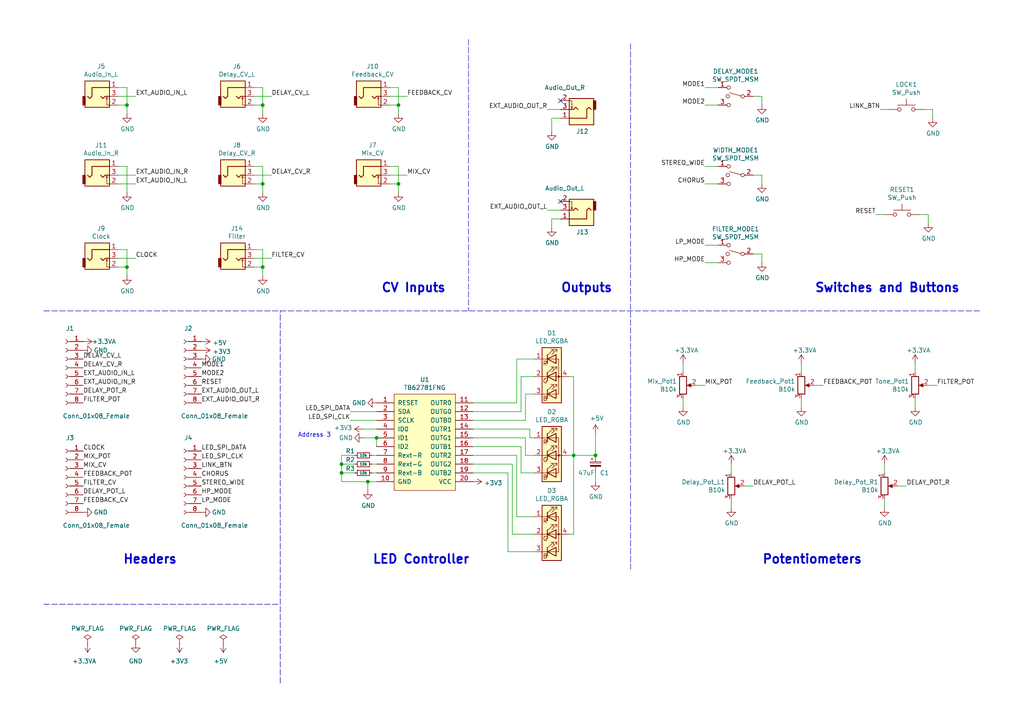
<source format=kicad_sch>
(kicad_sch (version 20211123) (generator eeschema)
  (paper "A4")
  (title_block (title "Retrospector Control Board") (company "Mountjoy Modular"))
  (lib_symbols
    (symbol "Connector:Conn_01x08_Female" (pin_names (offset 1.016) hide)
      (property "Reference" "J" (at 0 10.16 0))
      (property "Value" "Conn_01x08_Female" (at 0 -12.7 0))
      (symbol "Conn_01x08_Female_1_1"
        (arc (start 0 -9.652) (mid -0.508 -10.16) (end 0 -10.668) (stroke (width 0.1524)))
        (arc (start 0 -7.112) (mid -0.508 -7.62) (end 0 -8.128) (stroke (width 0.1524)))
        (arc (start 0 -4.572) (mid -0.508 -5.08) (end 0 -5.588) (stroke (width 0.1524)))
        (arc (start 0 -2.032) (mid -0.508 -2.54) (end 0 -3.048) (stroke (width 0.1524)))
        (polyline (pts (xy -1.27 -10.16) (xy -0.508 -10.16)) (stroke (width 0.1524)))
        (polyline (pts (xy -1.27 -7.62) (xy -0.508 -7.62)) (stroke (width 0.1524)))
        (polyline (pts (xy -1.27 -5.08) (xy -0.508 -5.08)) (stroke (width 0.1524)))
        (polyline (pts (xy -1.27 -2.54) (xy -0.508 -2.54)) (stroke (width 0.1524)))
        (polyline (pts (xy -1.27 0) (xy -0.508 0)) (stroke (width 0.1524)))
        (polyline (pts (xy -1.27 2.54) (xy -0.508 2.54)) (stroke (width 0.1524)))
        (polyline (pts (xy -1.27 5.08) (xy -0.508 5.08)) (stroke (width 0.1524)))
        (polyline (pts (xy -1.27 7.62) (xy -0.508 7.62)) (stroke (width 0.1524)))
        (arc (start 0 0.508) (mid -0.508 0) (end 0 -0.508) (stroke (width 0.1524)))
        (arc (start 0 3.048) (mid -0.508 2.54) (end 0 2.032) (stroke (width 0.1524)))
        (arc (start 0 5.588) (mid -0.508 5.08) (end 0 4.572) (stroke (width 0.1524)))
        (arc (start 0 8.128) (mid -0.508 7.62) (end 0 7.112) (stroke (width 0.1524)))
        (pin passive line (at -5.08 7.62 0) (length 3.81) (name "Pin_1") (number "1"))
        (pin passive line (at -5.08 5.08 0) (length 3.81) (name "Pin_2") (number "2"))
        (pin passive line (at -5.08 2.54 0) (length 3.81) (name "Pin_3") (number "3"))
        (pin passive line (at -5.08 0 0) (length 3.81) (name "Pin_4") (number "4"))
        (pin passive line (at -5.08 -2.54 0) (length 3.81) (name "Pin_5") (number "5"))
        (pin passive line (at -5.08 -5.08 0) (length 3.81) (name "Pin_6") (number "6"))
        (pin passive line (at -5.08 -7.62 0) (length 3.81) (name "Pin_7") (number "7"))
        (pin passive line (at -5.08 -10.16 0) (length 3.81) (name "Pin_8") (number "8"))
      )
    )
    (symbol "Device:CP_Small" (pin_numbers hide) (pin_names (offset 0.254) hide)
      (property "Reference" "C" (at 0.254 1.778 0))
      (property "Value" "Device_CP_Small" (at 0.254 -2.032 0))
      (symbol "CP_Small_0_1"
        (rectangle (start -1.524 -0.3048) (end 1.524 -0.6858) (fill (type outline)))
        (rectangle (start -1.524 0.6858) (end 1.524 0.3048))
        (polyline (pts (xy -1.27 1.524) (xy -0.762 1.524)))
        (polyline (pts (xy -1.016 1.27) (xy -1.016 1.778)))
      )
      (symbol "CP_Small_1_1"
        (pin passive line (at 0 2.54 270) (length 1.8542) (name "~") (number "1"))
        (pin passive line (at 0 -2.54 90) (length 1.8542) (name "~") (number "2"))
      )
    )
    (symbol "Device:LED_RGBA" (pin_names (offset 0) hide)
      (property "Reference" "D" (at 0 9.398 0))
      (property "Value" "LED_RGBA" (at 0 -8.89 0))
      (symbol "LED_RGBA_0_0"
        (text "B" (at -1.905 -6.35 0) (effects (font (size 1.27 1.27))))
        (text "G" (at -1.905 -1.27 0) (effects (font (size 1.27 1.27))))
        (text "R" (at -1.905 3.81 0) (effects (font (size 1.27 1.27))))
      )
      (symbol "LED_RGBA_0_1"
        (polyline (pts (xy -1.27 -5.08) (xy -2.54 -5.08)))
        (polyline (pts (xy -1.27 -5.08) (xy 1.27 -5.08)))
        (polyline (pts (xy -1.27 -3.81) (xy -1.27 -6.35)) (stroke (width 0.254)))
        (polyline (pts (xy -1.27 0) (xy -2.54 0)))
        (polyline (pts (xy -1.27 1.27) (xy -1.27 -1.27)) (stroke (width 0.254)))
        (polyline (pts (xy -1.27 5.08) (xy -2.54 5.08)))
        (polyline (pts (xy -1.27 5.08) (xy 1.27 5.08)))
        (polyline (pts (xy -1.27 6.35) (xy -1.27 3.81)) (stroke (width 0.254)))
        (polyline (pts (xy 1.27 0) (xy -1.27 0)))
        (polyline (pts (xy 1.27 0) (xy 2.54 0)))
        (polyline (pts (xy -1.27 1.27) (xy -1.27 -1.27) (xy -1.27 -1.27)))
        (polyline (pts (xy -1.27 6.35) (xy -1.27 3.81) (xy -1.27 3.81)))
        (polyline (pts (xy 1.27 -5.08) (xy 2.032 -5.08) (xy 2.032 5.08) (xy 1.27 5.08)))
        (polyline (pts (xy 1.27 -3.81) (xy 1.27 -6.35) (xy -1.27 -5.08) (xy 1.27 -3.81)) (stroke (width 0.254)))
        (polyline (pts (xy 1.27 1.27) (xy 1.27 -1.27) (xy -1.27 0) (xy 1.27 1.27)) (stroke (width 0.254)))
        (polyline (pts (xy 1.27 6.35) (xy 1.27 3.81) (xy -1.27 5.08) (xy 1.27 6.35)) (stroke (width 0.254)))
        (polyline (pts (xy -1.016 -3.81) (xy 0.508 -2.286) (xy -0.254 -2.286) (xy 0.508 -2.286) (xy 0.508 -3.048)))
        (polyline (pts (xy -1.016 1.27) (xy 0.508 2.794) (xy -0.254 2.794) (xy 0.508 2.794) (xy 0.508 2.032)))
        (polyline (pts (xy -1.016 6.35) (xy 0.508 7.874) (xy -0.254 7.874) (xy 0.508 7.874) (xy 0.508 7.112)))
        (polyline (pts (xy 0 -3.81) (xy 1.524 -2.286) (xy 0.762 -2.286) (xy 1.524 -2.286) (xy 1.524 -3.048)))
        (polyline (pts (xy 0 1.27) (xy 1.524 2.794) (xy 0.762 2.794) (xy 1.524 2.794) (xy 1.524 2.032)))
        (polyline (pts (xy 0 6.35) (xy 1.524 7.874) (xy 0.762 7.874) (xy 1.524 7.874) (xy 1.524 7.112)))
        (rectangle (start 1.27 -1.27) (end 1.27 1.27))
        (rectangle (start 1.27 1.27) (end 1.27 1.27))
        (rectangle (start 1.27 3.81) (end 1.27 6.35))
        (rectangle (start 1.27 6.35) (end 1.27 6.35))
        (circle (center 2.032 0) (radius 0.254) (fill (type outline)))
        (rectangle (start 2.794 8.382) (end -2.794 -7.62) (stroke (width 0.254)) (fill (type background)))
      )
      (symbol "LED_RGBA_1_1"
        (pin passive line (at -5.08 5.08 0) (length 2.54) (name "RK") (number "1"))
        (pin passive line (at -5.08 0 0) (length 2.54) (name "GK") (number "2"))
        (pin passive line (at -5.08 -5.08 0) (length 2.54) (name "BK") (number "3"))
        (pin passive line (at 5.08 0 180) (length 2.54) (name "A") (number "4"))
      )
    )
    (symbol "Device:R_POT" (pin_names (offset 1.016) hide)
      (property "Reference" "RV" (at -4.445 0 90))
      (property "Value" "Device_R_POT" (at -2.54 0 90))
      (symbol "R_POT_0_1"
        (polyline (pts (xy 2.54 0) (xy 1.524 0)))
        (polyline (pts (xy 1.143 0) (xy 2.286 0.508) (xy 2.286 -0.508) (xy 1.143 0)) (fill (type outline)))
        (rectangle (start 1.016 2.54) (end -1.016 -2.54) (stroke (width 0.254)))
      )
      (symbol "R_POT_1_1"
        (pin passive line (at 0 3.81 270) (length 1.27) (name "1") (number "1"))
        (pin passive line (at 3.81 0 180) (length 1.27) (name "2") (number "2"))
        (pin passive line (at 0 -3.81 90) (length 1.27) (name "3") (number "3"))
      )
    )
    (symbol "Device:R_Small" (pin_numbers hide) (pin_names (offset 0.254) hide)
      (property "Reference" "R" (at 0.762 0.508 0))
      (property "Value" "R_Small" (at 0.762 -1.016 0))
      (symbol "R_Small_0_1"
        (rectangle (start -0.762 1.778) (end 0.762 -1.778) (stroke (width 0.2032)))
      )
      (symbol "R_Small_1_1"
        (pin passive line (at 0 2.54 270) (length 0.762) (name "~") (number "1"))
        (pin passive line (at 0 -2.54 90) (length 0.762) (name "~") (number "2"))
      )
    )
    (symbol "Switch:SW_Push" (pin_numbers hide) (pin_names (offset 1.016) hide)
      (property "Reference" "SW" (at 1.27 2.54 0))
      (property "Value" "SW_Push" (at 0 -1.524 0))
      (symbol "SW_Push_0_1"
        (circle (center -2.032 0) (radius 0.508))
        (polyline (pts (xy 0 1.27) (xy 0 3.048)))
        (polyline (pts (xy 2.54 1.27) (xy -2.54 1.27)))
        (circle (center 2.032 0) (radius 0.508))
        (pin passive line (at -5.08 0 0) (length 2.54) (name "1") (number "1"))
        (pin passive line (at 5.08 0 180) (length 2.54) (name "2") (number "2"))
      )
    )
    (symbol "Switch:SW_SPDT_MSM" (pin_names (offset 0) hide)
      (property "Reference" "SW" (at 0 5.08 0))
      (property "Value" "SW_SPDT_MSM" (at 0 -5.08 0))
      (symbol "SW_SPDT_MSM_0_0"
        (circle (center -2.032 0) (radius 0.508))
        (polyline (pts (xy -1.524 0.127) (xy 1.778 1.016)))
        (circle (center 2.032 -2.54) (radius 0.508))
      )
      (symbol "SW_SPDT_MSM_0_1"
        (circle (center 2.032 2.54) (radius 0.508))
        (circle (center 2.286 0) (radius 0.508))
      )
      (symbol "SW_SPDT_MSM_1_1"
        (pin passive line (at 5.08 2.54 180) (length 2.54) (name "1") (number "1"))
        (pin passive line (at -5.08 0 0) (length 2.54) (name "2") (number "2"))
        (pin passive line (at 5.08 -2.54 180) (length 2.54) (name "3") (number "3"))
      )
    )
    (symbol "TB62781FNG:TB62781FNG" (pin_names (offset 1.016))
      (property "Reference" "U" (at 7.62 15.24 0))
      (property "Value" "TB62781FNG" (at -2.54 15.24 0))
      (symbol "TB62781FNG_0_0"
        (pin input line (at -12.7 10.16 0) (length 5.08) (name "RESET") (number "1"))
        (pin power_in line (at -12.7 -12.7 0) (length 5.08) (name "GND") (number "10"))
        (pin input line (at 15.24 10.16 180) (length 5.08) (name "OUTR0") (number "11"))
        (pin input line (at 15.24 7.62 180) (length 5.08) (name "OUTG0") (number "12"))
        (pin input line (at 15.24 5.08 180) (length 5.08) (name "OUTB0") (number "13"))
        (pin input line (at 15.24 2.54 180) (length 5.08) (name "OUTR1") (number "14"))
        (pin input line (at 15.24 0 180) (length 5.08) (name "OUTG1") (number "15"))
        (pin input line (at 15.24 -2.54 180) (length 5.08) (name "OUTB1") (number "16"))
        (pin input line (at 15.24 -5.08 180) (length 5.08) (name "OUTR2") (number "17"))
        (pin input line (at 15.24 -7.62 180) (length 5.08) (name "OUTG2") (number "18"))
        (pin input line (at 15.24 -10.16 180) (length 5.08) (name "OUTB2") (number "19"))
        (pin input line (at -12.7 7.62 0) (length 5.08) (name "SDA") (number "2"))
        (pin power_in line (at 15.24 -12.7 180) (length 5.08) (name "VCC") (number "20"))
        (pin input line (at -12.7 5.08 0) (length 5.08) (name "SCLK") (number "3"))
        (pin input line (at -12.7 2.54 0) (length 5.08) (name "ID0") (number "4"))
        (pin input line (at -12.7 0 0) (length 5.08) (name "ID1") (number "5"))
        (pin input line (at -12.7 -2.54 0) (length 5.08) (name "ID2") (number "6"))
        (pin output line (at -12.7 -5.08 0) (length 5.08) (name "Rext-R") (number "7"))
        (pin output line (at -12.7 -7.62 0) (length 5.08) (name "Rext-G") (number "8"))
        (pin output line (at -12.7 -10.16 0) (length 5.08) (name "Rext-B") (number "9"))
      )
      (symbol "TB62781FNG_0_1"
        (rectangle (start -7.62 12.7) (end 10.16 -15.24) (fill (type background)))
      )
    )
    (symbol "power:+3.3V" (power) (pin_names (offset 0))
      (property "Value" "+3.3V" (at 0 3.556 0))
      (symbol "+3.3V_0_1"
        (polyline (pts (xy -0.762 1.27) (xy 0 2.54)))
        (polyline (pts (xy 0 0) (xy 0 2.54)))
        (polyline (pts (xy 0 2.54) (xy 0.762 1.27)))
      )
      (symbol "+3.3V_1_1"
        (pin power_in line (at 0 0 90) (length 0) hide (name "+3V3") (number "1"))
      )
    )
    (symbol "power:+3.3VA" (power) (pin_names (offset 0))
      (property "Value" "+3.3VA" (at 0 3.556 0))
      (symbol "+3.3VA_0_1"
        (polyline (pts (xy -0.762 1.27) (xy 0 2.54)))
        (polyline (pts (xy 0 0) (xy 0 2.54)))
        (polyline (pts (xy 0 2.54) (xy 0.762 1.27)))
      )
      (symbol "+3.3VA_1_1"
        (pin power_in line (at 0 0 90) (length 0) hide (name "+3.3VA") (number "1"))
      )
    )
    (symbol "power:+5V" (power) (pin_names (offset 0))
      (property "Value" "+5V" (at 0 3.556 0))
      (symbol "+5V_0_1"
        (polyline (pts (xy -0.762 1.27) (xy 0 2.54)))
        (polyline (pts (xy 0 0) (xy 0 2.54)))
        (polyline (pts (xy 0 2.54) (xy 0.762 1.27)))
      )
      (symbol "+5V_1_1"
        (pin power_in line (at 0 0 90) (length 0) hide (name "+5V") (number "1"))
      )
    )
    (symbol "power:GND" (power) (pin_names (offset 0))
      (property "Value" "GND" (at 0 -3.81 0))
      (symbol "GND_0_1"
        (polyline (pts (xy 0 0) (xy 0 -1.27) (xy 1.27 -1.27) (xy 0 -2.54) (xy -1.27 -1.27) (xy 0 -1.27)))
      )
      (symbol "GND_1_1"
        (pin power_in line (at 0 0 270) (length 0) hide (name "GND") (number "1"))
      )
    )
    (symbol "power:PWR_FLAG" (power) (pin_numbers hide) (pin_names (offset 0) hide)
      (property "Value" "PWR_FLAG" (at 0 3.81 0))
      (symbol "PWR_FLAG_0_0"
        (pin power_out line (at 0 0 90) (length 0) (name "pwr") (number "1"))
      )
      (symbol "PWR_FLAG_0_1"
        (polyline (pts (xy 0 0) (xy 0 1.27) (xy -1.016 1.905) (xy 0 2.54) (xy 1.016 1.905) (xy 0 1.27)))
      )
    )
    (symbol "thonkiconn:AudioJack2_Ground_Switch" (pin_names (offset 1.016))
      (property "Reference" "J" (at 0 8.89 0))
      (property "Value" "AudioJack2_Ground_Switch" (at 0 6.35 0))
      (symbol "AudioJack2_Ground_Switch_0_1"
        (rectangle (start -4.445 -2.54) (end -5.207 0) (fill (type outline)))
        (polyline (pts (xy 1.778 -0.254) (xy 2.032 -0.762)))
        (polyline (pts (xy 0 0) (xy 0.635 -0.635) (xy 1.27 0) (xy 2.54 0)) (stroke (width 0.254)))
        (polyline (pts (xy 2.54 -2.54) (xy 1.778 -2.54) (xy 1.778 -0.254) (xy 1.524 -0.762)))
        (polyline (pts (xy 2.54 2.54) (xy -2.54 2.54) (xy -2.54 0) (xy -3.175 -0.635) (xy -3.81 0)) (stroke (width 0.254)))
        (rectangle (start 2.54 -3.175) (end -4.572 4.445) (stroke (width 0.254)) (fill (type background)))
      )
      (symbol "AudioJack2_Ground_Switch_1_1"
        (pin passive line (at 5.08 2.54 180) (length 2.54) (name "~") (number "1"))
        (pin passive line (at 5.08 -2.54 180) (length 2.54) (name "~") (number "2"))
        (pin passive line (at 5.08 0 180) (length 2.54) (name "~") (number "3"))
      )
    )
  )
  (junction (at 115.57 53.34))
  (junction (at 166.37 132.08))
  (junction (at 36.83 30.48))
  (junction (at 76.2 30.48))
  (junction (at 99.06 137.16))
  (junction (at 172.72 132.08))
  (junction (at 76.2 77.47))
  (junction (at 115.57 30.48))
  (junction (at 76.2 53.34))
  (junction (at 109.22 127))
  (junction (at 36.83 77.47))
  (junction (at 99.06 134.62))
  (junction (at 106.68 139.7))
  (no_connect (at 162.56 29.21))
  (no_connect (at 162.56 58.42))
  (wire (pts (xy 220.98 50.8) (xy 218.44 50.8)))
  (wire (pts (xy 106.68 142.24) (xy 106.68 139.7)))
  (wire (pts (xy 107.95 132.08) (xy 109.22 132.08)))
  (wire (pts (xy 232.41 105.41) (xy 232.41 107.95)))
  (wire (pts (xy 151.13 119.38) (xy 137.16 119.38)))
  (wire (pts (xy 220.98 50.8) (xy 220.98 53.34)))
  (wire (pts (xy 265.43 115.57) (xy 265.43 118.11)))
  (wire (pts (xy 115.57 53.34) (xy 115.57 55.88)))
  (wire (pts (xy 154.94 114.3) (xy 152.4 114.3)))
  (wire (pts (xy 154.94 104.14) (xy 149.86 104.14)))
  (wire (pts (xy 220.98 73.66) (xy 218.44 73.66)))
  (wire (pts (xy 36.83 30.48) (xy 36.83 33.02)))
  (wire (pts (xy 113.03 25.4) (xy 115.57 25.4)))
  (wire (pts (xy 34.29 77.47) (xy 36.83 77.47)))
  (wire (pts (xy 113.03 50.8) (xy 118.11 50.8)))
  (wire (pts (xy 166.37 132.08) (xy 165.1 132.08)))
  (wire (pts (xy 105.41 127) (xy 109.22 127)))
  (wire (pts (xy 254 62.23) (xy 256.54 62.23)))
  (wire (pts (xy 99.06 139.7) (xy 106.68 139.7)))
  (wire (pts (xy 99.06 134.62) (xy 99.06 137.16)))
  (polyline (pts (xy 135.89 11.43) (xy 135.89 90.17)))
  (wire (pts (xy 34.29 53.34) (xy 39.37 53.34)))
  (wire (pts (xy 113.03 27.94) (xy 118.11 27.94)))
  (wire (pts (xy 153.67 127) (xy 153.67 124.46)))
  (wire (pts (xy 208.28 30.48) (xy 204.47 30.48)))
  (wire (pts (xy 267.97 31.75) (xy 270.51 31.75)))
  (wire (pts (xy 76.2 72.39) (xy 76.2 77.47)))
  (wire (pts (xy 149.86 116.84) (xy 137.16 116.84)))
  (wire (pts (xy 198.12 105.41) (xy 198.12 107.95)))
  (wire (pts (xy 115.57 30.48) (xy 115.57 33.02)))
  (wire (pts (xy 208.28 25.4) (xy 204.47 25.4)))
  (wire (pts (xy 162.56 34.29) (xy 160.02 34.29)))
  (wire (pts (xy 109.22 129.54) (xy 109.22 127)))
  (wire (pts (xy 113.03 48.26) (xy 115.57 48.26)))
  (wire (pts (xy 102.87 137.16) (xy 99.06 137.16)))
  (wire (pts (xy 102.87 132.08) (xy 99.06 132.08)))
  (wire (pts (xy 99.06 132.08) (xy 99.06 134.62)))
  (wire (pts (xy 73.66 30.48) (xy 76.2 30.48)))
  (wire (pts (xy 76.2 53.34) (xy 76.2 55.88)))
  (wire (pts (xy 34.29 74.93) (xy 39.37 74.93)))
  (wire (pts (xy 34.29 30.48) (xy 36.83 30.48)))
  (wire (pts (xy 148.59 154.94) (xy 154.94 154.94)))
  (wire (pts (xy 220.98 73.66) (xy 220.98 76.2)))
  (wire (pts (xy 76.2 77.47) (xy 76.2 80.01)))
  (wire (pts (xy 149.86 132.08) (xy 137.16 132.08)))
  (wire (pts (xy 160.02 34.29) (xy 160.02 38.1)))
  (wire (pts (xy 34.29 50.8) (xy 39.37 50.8)))
  (wire (pts (xy 152.4 121.92) (xy 137.16 121.92)))
  (wire (pts (xy 154.94 137.16) (xy 151.13 137.16)))
  (wire (pts (xy 147.32 160.02) (xy 154.94 160.02)))
  (wire (pts (xy 154.94 149.86) (xy 149.86 149.86)))
  (wire (pts (xy 36.83 48.26) (xy 36.83 55.88)))
  (wire (pts (xy 265.43 105.41) (xy 265.43 107.95)))
  (wire (pts (xy 162.56 60.96) (xy 158.75 60.96)))
  (wire (pts (xy 208.28 48.26) (xy 204.47 48.26)))
  (wire (pts (xy 270.51 31.75) (xy 270.51 34.29)))
  (wire (pts (xy 102.87 134.62) (xy 99.06 134.62)))
  (wire (pts (xy 208.28 76.2) (xy 204.47 76.2)))
  (wire (pts (xy 236.22 111.76) (xy 238.76 111.76)))
  (wire (pts (xy 208.28 53.34) (xy 204.47 53.34)))
  (wire (pts (xy 172.72 139.7) (xy 172.72 137.16)))
  (wire (pts (xy 149.86 149.86) (xy 149.86 132.08)))
  (wire (pts (xy 152.4 114.3) (xy 152.4 121.92)))
  (wire (pts (xy 36.83 77.47) (xy 36.83 80.01)))
  (wire (pts (xy 212.09 134.62) (xy 212.09 137.16)))
  (wire (pts (xy 166.37 154.94) (xy 165.1 154.94)))
  (wire (pts (xy 107.95 134.62) (xy 109.22 134.62)))
  (wire (pts (xy 256.54 134.62) (xy 256.54 137.16)))
  (wire (pts (xy 137.16 134.62) (xy 148.59 134.62)))
  (wire (pts (xy 113.03 30.48) (xy 115.57 30.48)))
  (polyline (pts (xy 81.28 198.12) (xy 81.28 90.17)))
  (wire (pts (xy 208.28 71.12) (xy 204.47 71.12)))
  (polyline (pts (xy 12.7 175.26) (xy 81.28 175.26)))
  (wire (pts (xy 36.83 72.39) (xy 36.83 77.47)))
  (wire (pts (xy 148.59 134.62) (xy 148.59 154.94)))
  (wire (pts (xy 34.29 27.94) (xy 39.37 27.94)))
  (wire (pts (xy 73.66 50.8) (xy 78.74 50.8)))
  (wire (pts (xy 36.83 25.4) (xy 36.83 30.48)))
  (wire (pts (xy 73.66 27.94) (xy 78.74 27.94)))
  (wire (pts (xy 137.16 137.16) (xy 147.32 137.16)))
  (wire (pts (xy 269.24 111.76) (xy 271.78 111.76)))
  (wire (pts (xy 147.32 137.16) (xy 147.32 160.02)))
  (wire (pts (xy 152.4 132.08) (xy 152.4 127)))
  (wire (pts (xy 101.6 121.92) (xy 109.22 121.92)))
  (wire (pts (xy 166.37 132.08) (xy 166.37 154.94)))
  (wire (pts (xy 165.1 109.22) (xy 166.37 109.22)))
  (wire (pts (xy 151.13 109.22) (xy 151.13 119.38)))
  (wire (pts (xy 162.56 31.75) (xy 158.75 31.75)))
  (wire (pts (xy 76.2 25.4) (xy 76.2 30.48)))
  (wire (pts (xy 113.03 53.34) (xy 115.57 53.34)))
  (wire (pts (xy 76.2 30.48) (xy 76.2 33.02)))
  (polyline (pts (xy 182.88 12.7) (xy 182.88 165.1)))
  (wire (pts (xy 232.41 115.57) (xy 232.41 118.11)))
  (wire (pts (xy 160.02 63.5) (xy 160.02 66.04)))
  (wire (pts (xy 212.09 144.78) (xy 212.09 147.32)))
  (wire (pts (xy 151.13 129.54) (xy 137.16 129.54)))
  (wire (pts (xy 151.13 137.16) (xy 151.13 129.54)))
  (wire (pts (xy 154.94 109.22) (xy 151.13 109.22)))
  (polyline (pts (xy 12.7 90.17) (xy 284.48 90.17)))
  (wire (pts (xy 34.29 72.39) (xy 36.83 72.39)))
  (wire (pts (xy 106.68 139.7) (xy 109.22 139.7)))
  (wire (pts (xy 99.06 137.16) (xy 99.06 139.7)))
  (wire (pts (xy 269.24 62.23) (xy 269.24 64.77)))
  (wire (pts (xy 256.54 144.78) (xy 256.54 147.32)))
  (wire (pts (xy 115.57 48.26) (xy 115.57 53.34)))
  (wire (pts (xy 260.35 140.97) (xy 262.89 140.97)))
  (wire (pts (xy 172.72 125.73) (xy 172.72 132.08)))
  (wire (pts (xy 154.94 127) (xy 153.67 127)))
  (wire (pts (xy 220.98 27.94) (xy 220.98 30.48)))
  (wire (pts (xy 215.9 140.97) (xy 218.44 140.97)))
  (wire (pts (xy 152.4 127) (xy 137.16 127)))
  (wire (pts (xy 198.12 115.57) (xy 198.12 118.11)))
  (wire (pts (xy 166.37 132.08) (xy 172.72 132.08)))
  (wire (pts (xy 201.93 111.76) (xy 204.47 111.76)))
  (wire (pts (xy 166.37 109.22) (xy 166.37 132.08)))
  (wire (pts (xy 34.29 25.4) (xy 36.83 25.4)))
  (wire (pts (xy 154.94 132.08) (xy 152.4 132.08)))
  (wire (pts (xy 162.56 63.5) (xy 160.02 63.5)))
  (wire (pts (xy 73.66 72.39) (xy 76.2 72.39)))
  (wire (pts (xy 107.95 137.16) (xy 109.22 137.16)))
  (wire (pts (xy 105.41 124.46) (xy 109.22 124.46)))
  (wire (pts (xy 73.66 25.4) (xy 76.2 25.4)))
  (wire (pts (xy 101.6 119.38) (xy 109.22 119.38)))
  (wire (pts (xy 73.66 77.47) (xy 76.2 77.47)))
  (wire (pts (xy 153.67 124.46) (xy 137.16 124.46)))
  (wire (pts (xy 73.66 48.26) (xy 76.2 48.26)))
  (wire (pts (xy 149.86 104.14) (xy 149.86 116.84)))
  (wire (pts (xy 266.7 62.23) (xy 269.24 62.23)))
  (wire (pts (xy 115.57 25.4) (xy 115.57 30.48)))
  (wire (pts (xy 220.98 27.94) (xy 218.44 27.94)))
  (wire (pts (xy 34.29 48.26) (xy 36.83 48.26)))
  (wire (pts (xy 73.66 53.34) (xy 76.2 53.34)))
  (wire (pts (xy 255.27 31.75) (xy 257.81 31.75)))
  (wire (pts (xy 73.66 74.93) (xy 78.74 74.93)))
  (wire (pts (xy 76.2 48.26) (xy 76.2 53.34)))
  (text "Potentiometers" (at 220.98 163.83 0) (effects (font (size 2.54 2.54) (thickness 0.508) bold) (justify left bottom)))
  (text "Address 3" (at 86.36 127 0) (effects (font (size 1.27 1.27)) (justify left bottom)))
  (text "LED Controller" (at 107.95 163.83 0) (effects (font (size 2.54 2.54) (thickness 0.508) bold) (justify left bottom)))
  (text "Switches and Buttons" (at 236.22 85.09 0) (effects (font (size 2.54 2.54) (thickness 0.508) bold) (justify left bottom)))
  (text "CV Inputs" (at 110.49 85.09 0) (effects (font (size 2.54 2.54) (thickness 0.508) bold) (justify left bottom)))
  (text "Outputs" (at 162.56 85.09 0) (effects (font (size 2.54 2.54) (thickness 0.508) bold) (justify left bottom)))
  (text "Headers" (at 35.56 163.83 0) (effects (font (size 2.54 2.54) (thickness 0.508) bold) (justify left bottom)))
  (label "DELAY_POT_L" (at 24.13 143.51 0))
  (label "MIX_POT" (at 24.13 133.35 0))
  (label "FILTER_CV" (at 24.13 140.97 0))
  (label "DELAY_CV_R" (at 78.74 50.8 0))
  (label "LP_MODE" (at 58.42 146.05 0))
  (label "DELAY_CV_R" (at 24.13 106.68 0))
  (label "RESET" (at 254 62.23 180))
  (label "DELAY_POT_L" (at 218.44 140.97 0))
  (label "LED_SPI_CLK" (at 58.42 133.35 0))
  (label "STEREO_WIDE" (at 58.42 140.97 0))
  (label "DELAY_CV_L" (at 24.13 104.14 0))
  (label "CLOCK" (at 39.37 74.93 0))
  (label "EXT_AUDIO_OUT_L" (at 58.42 114.3 0))
  (label "LED_SPI_DATA" (at 58.42 130.81 0))
  (label "DELAY_POT_R" (at 262.89 140.97 0))
  (label "FEEDBACK_CV" (at 24.13 146.05 0))
  (label "CHORUS" (at 204.47 53.34 180))
  (label "FEEDBACK_POT" (at 24.13 138.43 0))
  (label "HP_MODE" (at 204.47 76.2 180))
  (label "EXT_AUDIO_IN_L" (at 39.37 27.94 0))
  (label "EXT_AUDIO_OUT_L" (at 158.75 60.96 180))
  (label "MODE2" (at 58.42 109.22 0))
  (label "FILTER_POT" (at 271.78 111.76 0))
  (label "FEEDBACK_CV" (at 118.11 27.94 0))
  (label "DELAY_POT_R" (at 24.13 114.3 0))
  (label "FILTER_CV" (at 78.74 74.93 0))
  (label "MODE1" (at 204.47 25.4 180))
  (label "RESET" (at 58.42 111.76 0))
  (label "MIX_CV" (at 118.11 50.8 0))
  (label "LED_SPI_CLK" (at 101.6 121.92 180))
  (label "CLOCK" (at 24.13 130.81 0))
  (label "HP_MODE" (at 58.42 143.51 0))
  (label "DELAY_CV_L" (at 78.74 27.94 0))
  (label "FEEDBACK_POT" (at 238.76 111.76 0))
  (label "FILTER_POT" (at 24.13 116.84 0))
  (label "LINK_BTN" (at 255.27 31.75 180))
  (label "MODE2" (at 204.47 30.48 180))
  (label "LED_SPI_DATA" (at 101.6 119.38 180))
  (label "EXT_AUDIO_OUT_R" (at 58.42 116.84 0))
  (label "EXT_AUDIO_IN_L" (at 24.13 109.22 0))
  (label "EXT_AUDIO_IN_L" (at 39.37 53.34 0))
  (label "LINK_BTN" (at 58.42 135.89 0))
  (label "MODE1" (at 58.42 106.68 0))
  (label "MIX_POT" (at 204.47 111.76 0))
  (label "MIX_CV" (at 24.13 135.89 0))
  (label "STEREO_WIDE" (at 204.47 48.26 180))
  (label "EXT_AUDIO_IN_R" (at 39.37 50.8 0))
  (label "EXT_AUDIO_IN_R" (at 24.13 111.76 0))
  (label "CHORUS" (at 58.42 138.43 0))
  (label "LP_MODE" (at 204.47 71.12 180))
  (label "EXT_AUDIO_OUT_R" (at 158.75 31.75 180))
  (symbol (lib_id "Device:R_POT") (at 198.12 111.76 0) (unit 1)
    (property "Reference" "Mix_Pot1" (at 196.3674 110.5916 0) (effects (justify right)))
    (property "Value" "B10k" (at 196.3674 112.903 0) (effects (justify right)))
    (property "Footprint" "Custom_Footprints:Alpha_9mm_Potentiometer_Aligned" (effects hide))
  )
  (symbol (lib_id "power:+3.3VA") (at 198.12 105.41 0) (unit 1)
    (property "Reference" "#PWR019" (effects hide))
    (property "Value" "+3.3VA" (at 195.58 101.6 0) (effects (justify left)))
  )
  (symbol (lib_id "power:GND") (at 198.12 118.11 0) (unit 1)
    (property "Reference" "#PWR022" (effects hide))
    (property "Value" "GND" (at 198.247 122.5042 0))
  )
  (symbol (lib_id "power:PWR_FLAG") (at 25.4 186.69 0) (unit 1)
    (property "Reference" "#FLG0101" (effects hide))
    (property "Value" "PWR_FLAG" (at 25.4 182.2958 0))
  )
  (symbol (lib_id "power:+3.3VA") (at 25.4 186.69 180) (unit 1)
    (property "Reference" "#PWR0101" (effects hide))
    (property "Value" "+3.3VA" (at 27.94 191.77 0) (effects (justify left)))
  )
  (symbol (lib_id "Device:R_POT") (at 265.43 111.76 0) (unit 1)
    (property "Reference" "Tone_Pot1" (at 263.6774 110.5916 0) (effects (justify right)))
    (property "Value" "B10k" (at 263.6774 112.903 0) (effects (justify right)))
    (property "Footprint" "Custom_Footprints:Alpha_9mm_Potentiometer_Aligned" (effects hide))
  )
  (symbol (lib_id "power:+3.3VA") (at 265.43 105.41 0) (unit 1)
    (property "Reference" "#PWR020" (effects hide))
    (property "Value" "+3.3VA" (at 262.89 101.6 0) (effects (justify left)))
  )
  (symbol (lib_id "power:GND") (at 265.43 118.11 0) (unit 1)
    (property "Reference" "#PWR023" (effects hide))
    (property "Value" "GND" (at 265.557 122.5042 0))
  )
  (symbol (lib_id "Device:R_POT") (at 232.41 111.76 0) (unit 1)
    (property "Reference" "Feedback_Pot1" (at 230.6574 110.5916 0) (effects (justify right)))
    (property "Value" "B10k" (at 230.6574 112.903 0) (effects (justify right)))
    (property "Footprint" "Custom_Footprints:Alpha_9mm_Potentiometer_Aligned" (effects hide))
  )
  (symbol (lib_id "power:+3.3VA") (at 232.41 105.41 0) (unit 1)
    (property "Reference" "#PWR021" (effects hide))
    (property "Value" "+3.3VA" (at 229.87 101.6 0) (effects (justify left)))
  )
  (symbol (lib_id "power:GND") (at 232.41 118.11 0) (unit 1)
    (property "Reference" "#PWR024" (effects hide))
    (property "Value" "GND" (at 232.537 122.5042 0))
  )
  (symbol (lib_id "Device:R_POT") (at 212.09 140.97 0) (unit 1)
    (property "Reference" "Delay_Pot_L1" (at 210.3374 139.8016 0) (effects (justify right)))
    (property "Value" "B10k" (at 210.3374 142.113 0) (effects (justify right)))
    (property "Footprint" "Custom_Footprints:Alpha_9mm_Potentiometer_Aligned" (effects hide))
  )
  (symbol (lib_id "power:+3.3VA") (at 212.09 134.62 0) (unit 1)
    (property "Reference" "#PWR025" (effects hide))
    (property "Value" "+3.3VA" (at 209.55 130.81 0) (effects (justify left)))
  )
  (symbol (lib_id "power:GND") (at 212.09 147.32 0) (unit 1)
    (property "Reference" "#PWR028" (effects hide))
    (property "Value" "GND" (at 212.217 151.7142 0))
  )
  (symbol (lib_id "Device:R_POT") (at 256.54 140.97 0) (unit 1)
    (property "Reference" "Delay_Pot_R1" (at 254.7874 139.8016 0) (effects (justify right)))
    (property "Value" "B10k" (at 254.7874 142.113 0) (effects (justify right)))
    (property "Footprint" "Custom_Footprints:Alpha_9mm_Potentiometer_Aligned" (effects hide))
  )
  (symbol (lib_id "power:+3.3VA") (at 256.54 134.62 0) (unit 1)
    (property "Reference" "#PWR026" (effects hide))
    (property "Value" "+3.3VA" (at 254 130.81 0) (effects (justify left)))
  )
  (symbol (lib_id "power:GND") (at 256.54 147.32 0) (unit 1)
    (property "Reference" "#PWR029" (effects hide))
    (property "Value" "GND" (at 256.667 151.7142 0))
  )
  (symbol (lib_id "thonkiconn:AudioJack2_Ground_Switch") (at 29.21 27.94 0) (unit 1)
    (property "Reference" "J5" (at 29.337 19.2532 0))
    (property "Value" "Audio_In_L" (at 29.337 21.5646 0))
    (property "Footprint" "Custom_Footprints:THONKICONN_hole" (effects hide))
  )
  (symbol (lib_id "power:GND") (at 36.83 33.02 0) (unit 1)
    (property "Reference" "#PWR03" (effects hide))
    (property "Value" "GND" (at 36.957 37.4142 0))
  )
  (symbol (lib_id "thonkiconn:AudioJack2_Ground_Switch") (at 29.21 50.8 0) (unit 1)
    (property "Reference" "J11" (at 29.337 42.1132 0))
    (property "Value" "Audio_In_R" (at 29.337 44.4246 0))
    (property "Footprint" "Custom_Footprints:THONKICONN_hole" (effects hide))
  )
  (symbol (lib_id "power:GND") (at 36.83 55.88 0) (unit 1)
    (property "Reference" "#PWR07" (effects hide))
    (property "Value" "GND" (at 36.957 60.2742 0))
  )
  (symbol (lib_id "thonkiconn:AudioJack2_Ground_Switch") (at 68.58 27.94 0) (unit 1)
    (property "Reference" "J6" (at 68.707 19.2532 0))
    (property "Value" "Delay_CV_L" (at 68.707 21.5646 0))
    (property "Footprint" "Custom_Footprints:THONKICONN_hole" (effects hide))
  )
  (symbol (lib_id "power:GND") (at 76.2 33.02 0) (unit 1)
    (property "Reference" "#PWR04" (effects hide))
    (property "Value" "GND" (at 76.327 37.4142 0))
  )
  (symbol (lib_id "thonkiconn:AudioJack2_Ground_Switch") (at 68.58 50.8 0) (unit 1)
    (property "Reference" "J8" (at 68.707 42.1132 0))
    (property "Value" "Delay_CV_R" (at 68.707 44.4246 0))
    (property "Footprint" "Custom_Footprints:THONKICONN_hole" (effects hide))
  )
  (symbol (lib_id "power:GND") (at 76.2 55.88 0) (unit 1)
    (property "Reference" "#PWR08" (effects hide))
    (property "Value" "GND" (at 76.327 60.2742 0))
  )
  (symbol (lib_id "thonkiconn:AudioJack2_Ground_Switch") (at 107.95 50.8 0) (unit 1)
    (property "Reference" "J7" (at 108.077 42.1132 0))
    (property "Value" "Mix_CV" (at 108.077 44.4246 0))
    (property "Footprint" "Custom_Footprints:THONKICONN_hole" (effects hide))
  )
  (symbol (lib_id "power:GND") (at 115.57 55.88 0) (unit 1)
    (property "Reference" "#PWR09" (effects hide))
    (property "Value" "GND" (at 115.697 60.2742 0))
  )
  (symbol (lib_id "thonkiconn:AudioJack2_Ground_Switch") (at 107.95 27.94 0) (unit 1)
    (property "Reference" "J10" (at 108.077 19.2532 0))
    (property "Value" "Feedback_CV" (at 108.077 21.5646 0))
    (property "Footprint" "Custom_Footprints:THONKICONN_hole" (effects hide))
  )
  (symbol (lib_id "power:GND") (at 115.57 33.02 0) (unit 1)
    (property "Reference" "#PWR05" (effects hide))
    (property "Value" "GND" (at 115.697 37.4142 0))
  )
  (symbol (lib_id "thonkiconn:AudioJack2_Ground_Switch") (at 167.64 60.96 180) (unit 1)
    (property "Reference" "J13" (at 168.91 67.31 0))
    (property "Value" "Audio_Out_L" (at 163.83 54.61 0))
    (property "Footprint" "Custom_Footprints:THONKICONN_hole" (effects hide))
  )
  (symbol (lib_id "power:GND") (at 160.02 66.04 0) (unit 1)
    (property "Reference" "#PWR010" (effects hide))
    (property "Value" "GND" (at 160.147 70.4342 0))
  )
  (symbol (lib_id "thonkiconn:AudioJack2_Ground_Switch") (at 167.64 31.75 180) (unit 1)
    (property "Reference" "J12" (at 168.91 38.1 0))
    (property "Value" "Audio_Out_R" (at 163.83 25.4 0))
    (property "Footprint" "Custom_Footprints:THONKICONN_hole" (effects hide))
  )
  (symbol (lib_id "power:GND") (at 160.02 38.1 0) (unit 1)
    (property "Reference" "#PWR06" (effects hide))
    (property "Value" "GND" (at 160.147 42.4942 0))
  )
  (symbol (lib_id "Switch:SW_Push") (at 261.62 62.23 0) (unit 1)
    (property "Reference" "RESET1" (at 261.62 54.991 0))
    (property "Value" "SW_Push" (at 261.62 57.3024 0))
    (property "Footprint" "Custom_Footprints:SW_PUSH_6mm_aligned" (effects hide))
  )
  (symbol (lib_id "power:GND") (at 220.98 30.48 0) (unit 1)
    (property "Reference" "#PWR02" (effects hide))
    (property "Value" "GND" (at 221.107 34.8742 0))
  )
  (symbol (lib_id "power:GND") (at 269.24 64.77 0) (unit 1)
    (property "Reference" "#PWR012" (effects hide))
    (property "Value" "GND" (at 269.367 69.1642 0))
  )
  (symbol (lib_id "thonkiconn:AudioJack2_Ground_Switch") (at 29.21 74.93 0) (unit 1)
    (property "Reference" "J9" (at 29.337 66.2432 0))
    (property "Value" "Clock" (at 29.337 68.5546 0))
    (property "Footprint" "Custom_Footprints:THONKICONN_hole" (effects hide))
  )
  (symbol (lib_id "power:GND") (at 36.83 80.01 0) (unit 1)
    (property "Reference" "#PWR014" (effects hide))
    (property "Value" "GND" (at 36.957 84.4042 0))
  )
  (symbol (lib_id "power:GND") (at 24.13 101.6 90) (unit 1)
    (property "Reference" "#PWR018" (effects hide))
    (property "Value" "GND" (at 29.21 101.6 90))
  )
  (symbol (lib_id "TB62781FNG:TB62781FNG") (at 121.92 127 0) (unit 1)
    (property "Reference" "U1" (at 123.19 110.109 0))
    (property "Value" "TB62781FNG" (at 123.19 112.4204 0))
    (property "Footprint" "Housings_SSOP:SSOP-20_4.4x6.5mm_Pitch0.65mm" (effects hide))
  )
  (symbol (lib_id "power:+3.3V") (at 105.41 124.46 90) (unit 1)
    (property "Reference" "#PWR0103" (effects hide))
    (property "Value" "+3.3V" (at 102.1588 124.079 90) (effects (justify left)))
  )
  (symbol (lib_id "power:GND") (at 105.41 127 270) (unit 1)
    (property "Reference" "#PWR0104" (effects hide))
    (property "Value" "GND" (at 100.33 127 90))
  )
  (symbol (lib_id "power:+3.3V") (at 58.42 101.6 270) (unit 1)
    (property "Reference" "#PWR017" (effects hide))
    (property "Value" "+3.3V" (at 61.6712 101.981 90) (effects (justify left)))
  )
  (symbol (lib_id "power:+3.3V") (at 137.16 139.7 270) (unit 1)
    (property "Reference" "#PWR035" (effects hide))
    (property "Value" "+3.3V" (at 140.4112 140.081 90) (effects (justify left)))
  )
  (symbol (lib_id "power:GND") (at 106.68 142.24 0) (unit 1)
    (property "Reference" "#PWR034" (effects hide))
    (property "Value" "GND" (at 106.807 146.6342 0))
  )
  (symbol (lib_id "Device:R_Small") (at 105.41 132.08 270) (unit 1)
    (property "Reference" "R1" (at 101.6 130.81 90))
    (property "Value" "10k" (at 105.41 132.08 90) (effects (font (size 0.762 0.762))))
    (property "Footprint" "Resistors_SMD:R_0603_HandSoldering" (effects hide))
  )
  (symbol (lib_id "Device:R_Small") (at 105.41 134.62 270) (unit 1)
    (property "Reference" "R2" (at 101.6 133.35 90))
    (property "Value" "10k" (at 105.41 134.62 90) (effects (font (size 0.762 0.762))))
    (property "Footprint" "Resistors_SMD:R_0603_HandSoldering" (effects hide))
  )
  (symbol (lib_id "Device:R_Small") (at 105.41 137.16 270) (unit 1)
    (property "Reference" "R3" (at 101.6 135.89 90))
    (property "Value" "10k" (at 105.41 137.16 90) (effects (font (size 0.762 0.762))))
    (property "Footprint" "Resistors_SMD:R_0603_HandSoldering" (effects hide))
  )
  (symbol (lib_id "thonkiconn:AudioJack2_Ground_Switch") (at 68.58 74.93 0) (unit 1)
    (property "Reference" "J14" (at 68.707 66.2432 0))
    (property "Value" "Filter" (at 68.707 68.5546 0))
    (property "Footprint" "Custom_Footprints:THONKICONN_hole" (effects hide))
  )
  (symbol (lib_id "power:GND") (at 76.2 80.01 0) (unit 1)
    (property "Reference" "#PWR033" (effects hide))
    (property "Value" "GND" (at 76.327 84.4042 0))
  )
  (symbol (lib_id "power:+5V") (at 172.72 125.73 0) (unit 1)
    (property "Reference" "#PWR036" (effects hide))
    (property "Value" "+5V" (at 173.101 121.3358 0))
  )
  (symbol (lib_id "power:+5V") (at 58.42 99.06 270) (unit 1)
    (property "Reference" "#PWR027" (effects hide))
    (property "Value" "+5V" (at 61.6712 99.441 90) (effects (justify left)))
  )
  (symbol (lib_id "power:GND") (at 109.22 116.84 270) (unit 1)
    (property "Reference" "#PWR0105" (effects hide))
    (property "Value" "GND" (at 104.14 116.84 90))
  )
  (symbol (lib_id "power:GND") (at 39.37 186.69 0) (unit 1)
    (property "Reference" "#PWR0102" (effects hide))
    (property "Value" "GND" (at 39.37 191.77 0))
  )
  (symbol (lib_id "power:PWR_FLAG") (at 39.37 186.69 0) (unit 1)
    (property "Reference" "#FLG0102" (effects hide))
    (property "Value" "PWR_FLAG" (at 39.37 182.2958 0))
  )
  (symbol (lib_id "Switch:SW_Push") (at 262.89 31.75 0) (unit 1)
    (property "Reference" "LOCK1" (at 262.89 24.511 0))
    (property "Value" "SW_Push" (at 262.89 26.8224 0))
    (property "Footprint" "Custom_Footprints:SW_PUSH_6mm_aligned" (effects hide))
  )
  (symbol (lib_id "power:GND") (at 270.51 34.29 0) (unit 1)
    (property "Reference" "#PWR0106" (effects hide))
    (property "Value" "GND" (at 270.637 38.6842 0))
  )
  (symbol (lib_id "Switch:SW_SPDT_MSM") (at 213.36 50.8 0) (mirror y) (unit 1)
    (property "Reference" "WIDTH_MODE1" (at 213.36 43.561 0))
    (property "Value" "SW_SPDT_MSM" (at 213.36 45.8724 0))
    (property "Footprint" "Custom_Footprints:SPDT_SubMiniature_Aligned" (effects hide))
  )
  (symbol (lib_id "power:GND") (at 220.98 53.34 0) (unit 1)
    (property "Reference" "#PWR0107" (effects hide))
    (property "Value" "GND" (at 221.107 57.7342 0))
  )
  (symbol (lib_id "power:PWR_FLAG") (at 52.07 186.69 0) (unit 1)
    (property "Reference" "#FLG0103" (effects hide))
    (property "Value" "PWR_FLAG" (at 52.07 182.2958 0))
  )
  (symbol (lib_id "power:+3.3V") (at 52.07 186.69 180) (unit 1)
    (property "Reference" "#PWR0108" (effects hide))
    (property "Value" "+3.3V" (at 54.61 191.77 0) (effects (justify left)))
  )
  (symbol (lib_id "power:+5V") (at 64.77 186.69 180) (unit 1)
    (property "Reference" "#PWR0109" (effects hide))
    (property "Value" "+5V" (at 66.04 191.77 0) (effects (justify left)))
  )
  (symbol (lib_id "power:PWR_FLAG") (at 64.77 186.69 0) (unit 1)
    (property "Reference" "#FLG0104" (effects hide))
    (property "Value" "PWR_FLAG" (at 64.77 182.2958 0))
  )
  (symbol (lib_id "Switch:SW_SPDT_MSM") (at 213.36 73.66 0) (mirror y) (unit 1)
    (property "Reference" "FILTER_MODE1" (at 213.36 66.421 0))
    (property "Value" "SW_SPDT_MSM" (at 213.36 68.7324 0))
    (property "Footprint" "Custom_Footprints:SPDT_SubMiniature_Aligned" (effects hide))
  )
  (symbol (lib_id "power:GND") (at 220.98 76.2 0) (unit 1)
    (property "Reference" "#PWR0110" (effects hide))
    (property "Value" "GND" (at 221.107 80.5942 0))
  )
  (symbol (lib_id "Device:LED_RGBA") (at 160.02 109.22 0) (unit 1)
    (property "Reference" "D1" (at 160.02 96.5962 0))
    (property "Value" "LED_RGBA" (at 160.02 98.9076 0))
    (property "Footprint" "Custom_Footprints:LED_RGB_PLCC4" (effects hide))
  )
  (symbol (lib_id "Device:LED_RGBA") (at 160.02 132.08 0) (unit 1)
    (property "Reference" "D2" (at 160.02 119.4562 0))
    (property "Value" "LED_RGBA" (at 160.02 121.7676 0))
    (property "Footprint" "Custom_Footprints:LED_RGB_PLCC4" (effects hide))
  )
  (symbol (lib_id "Device:LED_RGBA") (at 160.02 154.94 0) (unit 1)
    (property "Reference" "D3" (at 160.02 142.3162 0))
    (property "Value" "LED_RGBA" (at 160.02 144.6276 0))
    (property "Footprint" "Custom_Footprints:LED_RGB_PLCC4" (effects hide))
  )
  (symbol (lib_id "Device:CP_Small") (at 172.72 134.62 0) (unit 1)
    (property "Reference" "C1" (at 173.99 137.16 0) (effects (justify left)))
    (property "Value" "47uF" (at 167.64 137.16 0) (effects (justify left)))
    (property "Footprint" "Capacitors_SMD:CP_Elec_5x5.8" (effects hide))
  )
  (symbol (lib_id "power:GND") (at 172.72 139.7 0) (unit 1)
    (property "Reference" "#PWR0111" (effects hide))
    (property "Value" "GND" (at 172.847 144.0942 0))
  )
  (symbol (lib_id "Connector:Conn_01x08_Female") (at 19.05 106.68 0) (mirror y) (unit 1)
    (property "Reference" "J1" (at 20.32 95.25 0))
    (property "Value" "Conn_01x08_Female" (at 27.94 120.65 0))
    (property "Footprint" "Socket_Strips:Socket_Strip_Straight_1x08_Pitch2.54mm" (effects hide))
  )
  (symbol (lib_id "Connector:Conn_01x08_Female") (at 19.05 138.43 0) (mirror y) (unit 1)
    (property "Reference" "J3" (at 20.32 127 0))
    (property "Value" "Conn_01x08_Female" (at 27.94 152.4 0))
    (property "Footprint" "Socket_Strips:Socket_Strip_Straight_1x08_Pitch2.54mm" (effects hide))
  )
  (symbol (lib_id "Connector:Conn_01x08_Female") (at 53.34 138.43 0) (mirror y) (unit 1)
    (property "Reference" "J4" (at 54.61 127 0))
    (property "Value" "Conn_01x08_Female" (at 62.23 152.4 0))
    (property "Footprint" "Socket_Strips:Socket_Strip_Straight_1x08_Pitch2.54mm" (effects hide))
  )
  (symbol (lib_id "Connector:Conn_01x08_Female") (at 53.34 106.68 0) (mirror y) (unit 1)
    (property "Reference" "J2" (at 54.61 95.25 0))
    (property "Value" "Conn_01x08_Female" (at 62.23 120.65 0))
    (property "Footprint" "Socket_Strips:Socket_Strip_Straight_1x08_Pitch2.54mm" (effects hide))
  )
  (symbol (lib_id "power:GND") (at 58.42 104.14 90) (unit 1)
    (property "Reference" "#PWR016" (effects hide))
    (property "Value" "GND" (at 63.5 104.14 90))
  )
  (symbol (lib_id "power:GND") (at 24.13 148.59 90) (unit 1)
    (property "Reference" "#PWR030" (effects hide))
    (property "Value" "GND" (at 29.21 148.59 90))
  )
  (symbol (lib_id "power:GND") (at 58.42 148.59 90) (unit 1)
    (property "Reference" "#PWR031" (effects hide))
    (property "Value" "GND" (at 63.5 148.59 90))
  )
  (symbol (lib_id "power:+3.3VA") (at 24.13 99.06 270) (unit 1)
    (property "Reference" "#PWR015" (effects hide))
    (property "Value" "+3.3VA" (at 26.67 99.06 90) (effects (justify left)))
  )
  (symbol (lib_id "Switch:SW_SPDT_MSM") (at 213.36 27.94 0) (mirror y) (unit 1)
    (property "Reference" "DELAY_MODE1" (at 213.36 20.701 0))
    (property "Value" "SW_SPDT_MSM" (at 213.36 23.0124 0))
    (property "Footprint" "Custom_Footprints:SPDT_SubMiniature_Aligned" (effects hide))
  )
)
</source>
